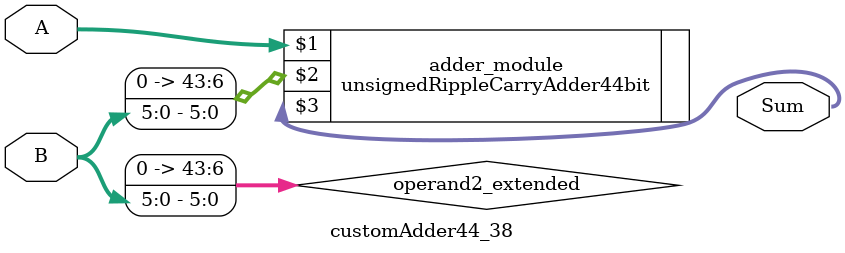
<source format=v>
module customAdder44_38(
                        input [43 : 0] A,
                        input [5 : 0] B,
                        
                        output [44 : 0] Sum
                );

        wire [43 : 0] operand2_extended;
        
        assign operand2_extended =  {38'b0, B};
        
        unsignedRippleCarryAdder44bit adder_module(
            A,
            operand2_extended,
            Sum
        );
        
        endmodule
        
</source>
